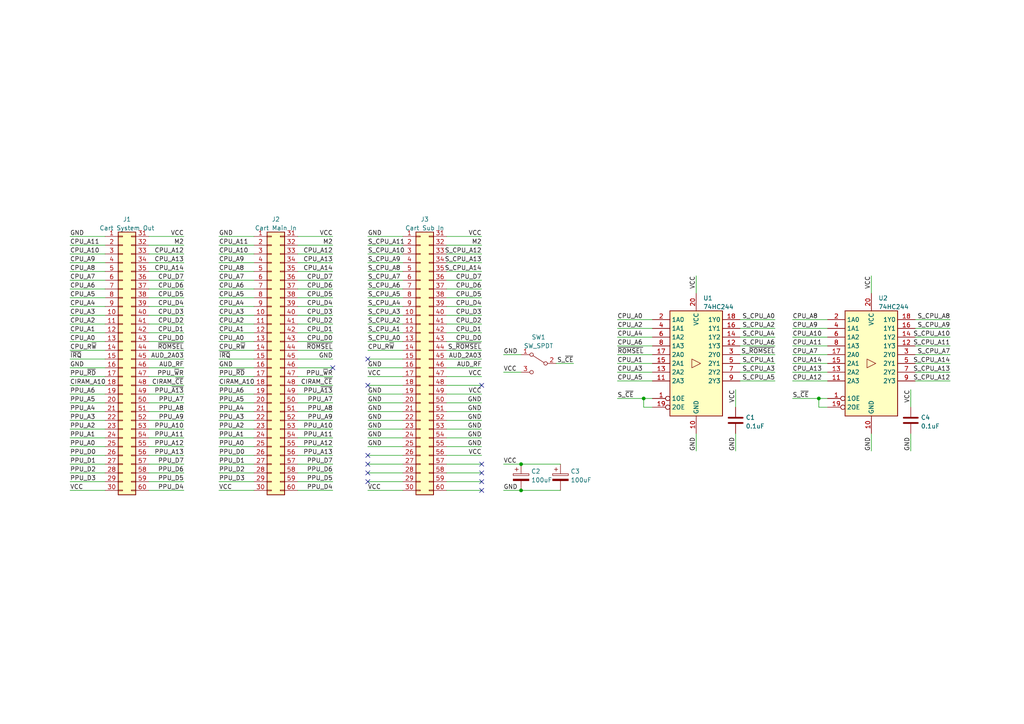
<source format=kicad_sch>
(kicad_sch (version 20211123) (generator eeschema)
  (paper "A4")
  (title_block (title "Y-Adaptive Receiving Nexus") (date "2023-01-09") (rev "0.1.0") (company "Persune") (comment 1 "Designed for FC"))
  (lib_symbols
    (symbol "74xx:74HC244"
      (property "Reference" "U" (at -7.62 16.51 0))
      (property "Value" "74HC244" (at -7.62 -16.51 0))
      (symbol "74HC244_1_0"
        (polyline (pts (xy 1.27 0) (xy -1.27 1.27) (xy -1.27 -1.27) (xy 1.27 0)) (stroke (width 0.1524)))
        (pin input inverted (at -12.7 -10.16 0) (length 5.08) (name "1OE") (number "1"))
        (pin power_in line (at 0 -20.32 90) (length 5.08) (name "GND") (number "10"))
        (pin input line (at -12.7 -5.08 0) (length 5.08) (name "2A3") (number "11"))
        (pin tri_state line (at 12.7 5.08 180) (length 5.08) (name "1Y3") (number "12"))
        (pin input line (at -12.7 -2.54 0) (length 5.08) (name "2A2") (number "13"))
        (pin tri_state line (at 12.7 7.62 180) (length 5.08) (name "1Y2") (number "14"))
        (pin input line (at -12.7 0 0) (length 5.08) (name "2A1") (number "15"))
        (pin tri_state line (at 12.7 10.16 180) (length 5.08) (name "1Y1") (number "16"))
        (pin input line (at -12.7 2.54 0) (length 5.08) (name "2A0") (number "17"))
        (pin tri_state line (at 12.7 12.7 180) (length 5.08) (name "1Y0") (number "18"))
        (pin input inverted (at -12.7 -12.7 0) (length 5.08) (name "2OE") (number "19"))
        (pin input line (at -12.7 12.7 0) (length 5.08) (name "1A0") (number "2"))
        (pin power_in line (at 0 20.32 270) (length 5.08) (name "VCC") (number "20"))
        (pin tri_state line (at 12.7 2.54 180) (length 5.08) (name "2Y0") (number "3"))
        (pin input line (at -12.7 10.16 0) (length 5.08) (name "1A1") (number "4"))
        (pin tri_state line (at 12.7 0 180) (length 5.08) (name "2Y1") (number "5"))
        (pin input line (at -12.7 7.62 0) (length 5.08) (name "1A2") (number "6"))
        (pin tri_state line (at 12.7 -2.54 180) (length 5.08) (name "2Y2") (number "7"))
        (pin input line (at -12.7 5.08 0) (length 5.08) (name "1A3") (number "8"))
        (pin tri_state line (at 12.7 -5.08 180) (length 5.08) (name "2Y3") (number "9"))
      )
      (symbol "74HC244_1_1"
        (rectangle (start -7.62 15.24) (end 7.62 -15.24) (stroke (width 0.254)) (fill (type background)))
      )
    )
    (symbol "Connector_Generic:Conn_02x30_Top_Bottom" (pin_names (offset 1.016) hide)
      (property "Reference" "J" (at 1.27 38.1 0))
      (property "Value" "Conn_02x30_Top_Bottom" (at 1.27 -40.64 0))
      (symbol "Conn_02x30_Top_Bottom_1_1"
        (rectangle (start -1.27 -37.973) (end 0 -38.227) (stroke (width 0.1524)))
        (rectangle (start -1.27 -35.433) (end 0 -35.687) (stroke (width 0.1524)))
        (rectangle (start -1.27 -32.893) (end 0 -33.147) (stroke (width 0.1524)))
        (rectangle (start -1.27 -30.353) (end 0 -30.607) (stroke (width 0.1524)))
        (rectangle (start -1.27 -27.813) (end 0 -28.067) (stroke (width 0.1524)))
        (rectangle (start -1.27 -25.273) (end 0 -25.527) (stroke (width 0.1524)))
        (rectangle (start -1.27 -22.733) (end 0 -22.987) (stroke (width 0.1524)))
        (rectangle (start -1.27 -20.193) (end 0 -20.447) (stroke (width 0.1524)))
        (rectangle (start -1.27 -17.653) (end 0 -17.907) (stroke (width 0.1524)))
        (rectangle (start -1.27 -15.113) (end 0 -15.367) (stroke (width 0.1524)))
        (rectangle (start -1.27 -12.573) (end 0 -12.827) (stroke (width 0.1524)))
        (rectangle (start -1.27 -10.033) (end 0 -10.287) (stroke (width 0.1524)))
        (rectangle (start -1.27 -7.493) (end 0 -7.747) (stroke (width 0.1524)))
        (rectangle (start -1.27 -4.953) (end 0 -5.207) (stroke (width 0.1524)))
        (rectangle (start -1.27 -2.413) (end 0 -2.667) (stroke (width 0.1524)))
        (rectangle (start -1.27 0.127) (end 0 -0.127) (stroke (width 0.1524)))
        (rectangle (start -1.27 2.667) (end 0 2.413) (stroke (width 0.1524)))
        (rectangle (start -1.27 5.207) (end 0 4.953) (stroke (width 0.1524)))
        (rectangle (start -1.27 7.747) (end 0 7.493) (stroke (width 0.1524)))
        (rectangle (start -1.27 10.287) (end 0 10.033) (stroke (width 0.1524)))
        (rectangle (start -1.27 12.827) (end 0 12.573) (stroke (width 0.1524)))
        (rectangle (start -1.27 15.367) (end 0 15.113) (stroke (width 0.1524)))
        (rectangle (start -1.27 17.907) (end 0 17.653) (stroke (width 0.1524)))
        (rectangle (start -1.27 20.447) (end 0 20.193) (stroke (width 0.1524)))
        (rectangle (start -1.27 22.987) (end 0 22.733) (stroke (width 0.1524)))
        (rectangle (start -1.27 25.527) (end 0 25.273) (stroke (width 0.1524)))
        (rectangle (start -1.27 28.067) (end 0 27.813) (stroke (width 0.1524)))
        (rectangle (start -1.27 30.607) (end 0 30.353) (stroke (width 0.1524)))
        (rectangle (start -1.27 33.147) (end 0 32.893) (stroke (width 0.1524)))
        (rectangle (start -1.27 35.687) (end 0 35.433) (stroke (width 0.1524)))
        (rectangle (start -1.27 36.83) (end 3.81 -39.37) (stroke (width 0.254)) (fill (type background)))
        (rectangle (start 3.81 -37.973) (end 2.54 -38.227) (stroke (width 0.1524)))
        (rectangle (start 3.81 -35.433) (end 2.54 -35.687) (stroke (width 0.1524)))
        (rectangle (start 3.81 -32.893) (end 2.54 -33.147) (stroke (width 0.1524)))
        (rectangle (start 3.81 -30.353) (end 2.54 -30.607) (stroke (width 0.1524)))
        (rectangle (start 3.81 -27.813) (end 2.54 -28.067) (stroke (width 0.1524)))
        (rectangle (start 3.81 -25.273) (end 2.54 -25.527) (stroke (width 0.1524)))
        (rectangle (start 3.81 -22.733) (end 2.54 -22.987) (stroke (width 0.1524)))
        (rectangle (start 3.81 -20.193) (end 2.54 -20.447) (stroke (width 0.1524)))
        (rectangle (start 3.81 -17.653) (end 2.54 -17.907) (stroke (width 0.1524)))
        (rectangle (start 3.81 -15.113) (end 2.54 -15.367) (stroke (width 0.1524)))
        (rectangle (start 3.81 -12.573) (end 2.54 -12.827) (stroke (width 0.1524)))
        (rectangle (start 3.81 -10.033) (end 2.54 -10.287) (stroke (width 0.1524)))
        (rectangle (start 3.81 -7.493) (end 2.54 -7.747) (stroke (width 0.1524)))
        (rectangle (start 3.81 -4.953) (end 2.54 -5.207) (stroke (width 0.1524)))
        (rectangle (start 3.81 -2.413) (end 2.54 -2.667) (stroke (width 0.1524)))
        (rectangle (start 3.81 0.127) (end 2.54 -0.127) (stroke (width 0.1524)))
        (rectangle (start 3.81 2.667) (end 2.54 2.413) (stroke (width 0.1524)))
        (rectangle (start 3.81 5.207) (end 2.54 4.953) (stroke (width 0.1524)))
        (rectangle (start 3.81 7.747) (end 2.54 7.493) (stroke (width 0.1524)))
        (rectangle (start 3.81 10.287) (end 2.54 10.033) (stroke (width 0.1524)))
        (rectangle (start 3.81 12.827) (end 2.54 12.573) (stroke (width 0.1524)))
        (rectangle (start 3.81 15.367) (end 2.54 15.113) (stroke (width 0.1524)))
        (rectangle (start 3.81 17.907) (end 2.54 17.653) (stroke (width 0.1524)))
        (rectangle (start 3.81 20.447) (end 2.54 20.193) (stroke (width 0.1524)))
        (rectangle (start 3.81 22.987) (end 2.54 22.733) (stroke (width 0.1524)))
        (rectangle (start 3.81 25.527) (end 2.54 25.273) (stroke (width 0.1524)))
        (rectangle (start 3.81 28.067) (end 2.54 27.813) (stroke (width 0.1524)))
        (rectangle (start 3.81 30.607) (end 2.54 30.353) (stroke (width 0.1524)))
        (rectangle (start 3.81 33.147) (end 2.54 32.893) (stroke (width 0.1524)))
        (rectangle (start 3.81 35.687) (end 2.54 35.433) (stroke (width 0.1524)))
        (pin passive line (at -5.08 35.56 0) (length 3.81) (name "Pin_1") (number "1"))
        (pin passive line (at -5.08 12.7 0) (length 3.81) (name "Pin_10") (number "10"))
        (pin passive line (at -5.08 10.16 0) (length 3.81) (name "Pin_11") (number "11"))
        (pin passive line (at -5.08 7.62 0) (length 3.81) (name "Pin_12") (number "12"))
        (pin passive line (at -5.08 5.08 0) (length 3.81) (name "Pin_13") (number "13"))
        (pin passive line (at -5.08 2.54 0) (length 3.81) (name "Pin_14") (number "14"))
        (pin passive line (at -5.08 0 0) (length 3.81) (name "Pin_15") (number "15"))
        (pin passive line (at -5.08 -2.54 0) (length 3.81) (name "Pin_16") (number "16"))
        (pin passive line (at -5.08 -5.08 0) (length 3.81) (name "Pin_17") (number "17"))
        (pin passive line (at -5.08 -7.62 0) (length 3.81) (name "Pin_18") (number "18"))
        (pin passive line (at -5.08 -10.16 0) (length 3.81) (name "Pin_19") (number "19"))
        (pin passive line (at -5.08 33.02 0) (length 3.81) (name "Pin_2") (number "2"))
        (pin passive line (at -5.08 -12.7 0) (length 3.81) (name "Pin_20") (number "20"))
        (pin passive line (at -5.08 -15.24 0) (length 3.81) (name "Pin_21") (number "21"))
        (pin passive line (at -5.08 -17.78 0) (length 3.81) (name "Pin_22") (number "22"))
        (pin passive line (at -5.08 -20.32 0) (length 3.81) (name "Pin_23") (number "23"))
        (pin passive line (at -5.08 -22.86 0) (length 3.81) (name "Pin_24") (number "24"))
        (pin passive line (at -5.08 -25.4 0) (length 3.81) (name "Pin_25") (number "25"))
        (pin passive line (at -5.08 -27.94 0) (length 3.81) (name "Pin_26") (number "26"))
        (pin passive line (at -5.08 -30.48 0) (length 3.81) (name "Pin_27") (number "27"))
        (pin passive line (at -5.08 -33.02 0) (length 3.81) (name "Pin_28") (number "28"))
        (pin passive line (at -5.08 -35.56 0) (length 3.81) (name "Pin_29") (number "29"))
        (pin passive line (at -5.08 30.48 0) (length 3.81) (name "Pin_3") (number "3"))
        (pin passive line (at -5.08 -38.1 0) (length 3.81) (name "Pin_30") (number "30"))
        (pin passive line (at 7.62 35.56 180) (length 3.81) (name "Pin_31") (number "31"))
        (pin passive line (at 7.62 33.02 180) (length 3.81) (name "Pin_32") (number "32"))
        (pin passive line (at 7.62 30.48 180) (length 3.81) (name "Pin_33") (number "33"))
        (pin passive line (at 7.62 27.94 180) (length 3.81) (name "Pin_34") (number "34"))
        (pin passive line (at 7.62 25.4 180) (length 3.81) (name "Pin_35") (number "35"))
        (pin passive line (at 7.62 22.86 180) (length 3.81) (name "Pin_36") (number "36"))
        (pin passive line (at 7.62 20.32 180) (length 3.81) (name "Pin_37") (number "37"))
        (pin passive line (at 7.62 17.78 180) (length 3.81) (name "Pin_38") (number "38"))
        (pin passive line (at 7.62 15.24 180) (length 3.81) (name "Pin_39") (number "39"))
        (pin passive line (at -5.08 27.94 0) (length 3.81) (name "Pin_4") (number "4"))
        (pin passive line (at 7.62 12.7 180) (length 3.81) (name "Pin_40") (number "40"))
        (pin passive line (at 7.62 10.16 180) (length 3.81) (name "Pin_41") (number "41"))
        (pin passive line (at 7.62 7.62 180) (length 3.81) (name "Pin_42") (number "42"))
        (pin passive line (at 7.62 5.08 180) (length 3.81) (name "Pin_43") (number "43"))
        (pin passive line (at 7.62 2.54 180) (length 3.81) (name "Pin_44") (number "44"))
        (pin passive line (at 7.62 0 180) (length 3.81) (name "Pin_45") (number "45"))
        (pin passive line (at 7.62 -2.54 180) (length 3.81) (name "Pin_46") (number "46"))
        (pin passive line (at 7.62 -5.08 180) (length 3.81) (name "Pin_47") (number "47"))
        (pin passive line (at 7.62 -7.62 180) (length 3.81) (name "Pin_48") (number "48"))
        (pin passive line (at 7.62 -10.16 180) (length 3.81) (name "Pin_49") (number "49"))
        (pin passive line (at -5.08 25.4 0) (length 3.81) (name "Pin_5") (number "5"))
        (pin passive line (at 7.62 -12.7 180) (length 3.81) (name "Pin_50") (number "50"))
        (pin passive line (at 7.62 -15.24 180) (length 3.81) (name "Pin_51") (number "51"))
        (pin passive line (at 7.62 -17.78 180) (length 3.81) (name "Pin_52") (number "52"))
        (pin passive line (at 7.62 -20.32 180) (length 3.81) (name "Pin_53") (number "53"))
        (pin passive line (at 7.62 -22.86 180) (length 3.81) (name "Pin_54") (number "54"))
        (pin passive line (at 7.62 -25.4 180) (length 3.81) (name "Pin_55") (number "55"))
        (pin passive line (at 7.62 -27.94 180) (length 3.81) (name "Pin_56") (number "56"))
        (pin passive line (at 7.62 -30.48 180) (length 3.81) (name "Pin_57") (number "57"))
        (pin passive line (at 7.62 -33.02 180) (length 3.81) (name "Pin_58") (number "58"))
        (pin passive line (at 7.62 -35.56 180) (length 3.81) (name "Pin_59") (number "59"))
        (pin passive line (at -5.08 22.86 0) (length 3.81) (name "Pin_6") (number "6"))
        (pin passive line (at 7.62 -38.1 180) (length 3.81) (name "Pin_60") (number "60"))
        (pin passive line (at -5.08 20.32 0) (length 3.81) (name "Pin_7") (number "7"))
        (pin passive line (at -5.08 17.78 0) (length 3.81) (name "Pin_8") (number "8"))
        (pin passive line (at -5.08 15.24 0) (length 3.81) (name "Pin_9") (number "9"))
      )
    )
    (symbol "Device:C" (pin_numbers hide) (pin_names (offset 0.254))
      (property "Reference" "C" (at 0.635 2.54 0))
      (property "Value" "C" (at 0.635 -2.54 0))
      (symbol "C_0_1"
        (polyline (pts (xy -2.032 -0.762) (xy 2.032 -0.762)) (stroke (width 0.508)))
        (polyline (pts (xy -2.032 0.762) (xy 2.032 0.762)) (stroke (width 0.508)))
      )
      (symbol "C_1_1"
        (pin passive line (at 0 3.81 270) (length 2.794) (name "~") (number "1"))
        (pin passive line (at 0 -3.81 90) (length 2.794) (name "~") (number "2"))
      )
    )
    (symbol "Device:C_Polarized" (pin_numbers hide) (pin_names (offset 0.254))
      (property "Reference" "C" (at 0.635 2.54 0))
      (property "Value" "C_Polarized" (at 0.635 -2.54 0))
      (symbol "C_Polarized_0_1"
        (rectangle (start -2.286 0.508) (end 2.286 1.016))
        (polyline (pts (xy -1.778 2.286) (xy -0.762 2.286)))
        (polyline (pts (xy -1.27 2.794) (xy -1.27 1.778)))
        (rectangle (start 2.286 -0.508) (end -2.286 -1.016) (fill (type outline)))
      )
      (symbol "C_Polarized_1_1"
        (pin passive line (at 0 3.81 270) (length 2.794) (name "~") (number "1"))
        (pin passive line (at 0 -3.81 90) (length 2.794) (name "~") (number "2"))
      )
    )
    (symbol "Switch:SW_SPDT" (pin_names (offset 0) hide)
      (property "Reference" "SW" (at 0 4.318 0))
      (property "Value" "SW_SPDT" (at 0 -5.08 0))
      (symbol "SW_SPDT_0_0"
        (circle (center -2.032 0) (radius 0.508))
        (circle (center 2.032 -2.54) (radius 0.508))
      )
      (symbol "SW_SPDT_0_1"
        (polyline (pts (xy -1.524 0.254) (xy 1.651 2.286)))
        (circle (center 2.032 2.54) (radius 0.508))
      )
      (symbol "SW_SPDT_1_1"
        (pin passive line (at 5.08 2.54 180) (length 2.54) (name "A") (number "1"))
        (pin passive line (at -5.08 0 0) (length 2.54) (name "B") (number "2"))
        (pin passive line (at 5.08 -2.54 180) (length 2.54) (name "C") (number "3"))
      )
    )
    (symbol "power:GND" (power) (pin_names (offset 0))
      (property "Value" "GND" (at 0 -3.81 0))
      (symbol "GND_0_1"
        (polyline (pts (xy 0 0) (xy 0 -1.27) (xy 1.27 -1.27) (xy 0 -2.54) (xy -1.27 -1.27) (xy 0 -1.27)))
      )
      (symbol "GND_1_1"
        (pin power_in line (at 0 0 270) (length 0) hide (name "GND") (number "1"))
      )
    )
    (symbol "power:PWR_FLAG" (power) (pin_numbers hide) (pin_names (offset 0) hide)
      (property "Value" "PWR_FLAG" (at 0 3.81 0))
      (symbol "PWR_FLAG_0_0"
        (pin power_out line (at 0 0 90) (length 0) (name "pwr") (number "1"))
      )
      (symbol "PWR_FLAG_0_1"
        (polyline (pts (xy 0 0) (xy 0 1.27) (xy -1.016 1.905) (xy 0 2.54) (xy 1.016 1.905) (xy 0 1.27)))
      )
    )
    (symbol "power:VCC" (power) (pin_names (offset 0))
      (property "Value" "VCC" (at 0 3.81 0))
      (symbol "VCC_0_1"
        (polyline (pts (xy -0.762 1.27) (xy 0 2.54)))
        (polyline (pts (xy 0 0) (xy 0 2.54)))
        (polyline (pts (xy 0 2.54) (xy 0.762 1.27)))
      )
      (symbol "VCC_1_1"
        (pin power_in line (at 0 0 90) (length 0) hide (name "VCC") (number "1"))
      )
    )
  )
  (junction (at 151.13 142.24))
  (junction (at 237.49 115.57))
  (junction (at 151.13 134.62))
  (junction (at 186.69 115.57))
  (no_connect (at 106.68 111.76))
  (no_connect (at 106.68 104.14))
  (no_connect (at 139.7 142.24))
  (no_connect (at 139.7 139.7))
  (no_connect (at 139.7 137.16))
  (no_connect (at 139.7 134.62))
  (no_connect (at 106.68 139.7))
  (no_connect (at 106.68 132.08))
  (no_connect (at 106.68 134.62))
  (no_connect (at 106.68 137.16))
  (no_connect (at 139.7 111.76))
  (no_connect (at 96.52 106.68))
  (wire (pts (xy 20.32 91.44) (xy 30.48 91.44)))
  (wire (pts (xy 129.54 111.76) (xy 139.7 111.76)))
  (wire (pts (xy 106.68 109.22) (xy 116.84 109.22)))
  (wire (pts (xy 179.07 107.95) (xy 189.23 107.95)))
  (wire (pts (xy 179.07 97.79) (xy 189.23 97.79)))
  (wire (pts (xy 224.79 110.49) (xy 214.63 110.49)))
  (wire (pts (xy 43.18 83.82) (xy 53.34 83.82)))
  (wire (pts (xy 129.54 99.06) (xy 139.7 99.06)))
  (wire (pts (xy 106.68 124.46) (xy 116.84 124.46)))
  (wire (pts (xy 20.32 121.92) (xy 30.48 121.92)))
  (wire (pts (xy 129.54 101.6) (xy 139.7 101.6)))
  (wire (pts (xy 129.54 73.66) (xy 139.7 73.66)))
  (wire (pts (xy 106.68 137.16) (xy 116.84 137.16)))
  (wire (pts (xy 63.5 116.84) (xy 73.66 116.84)))
  (wire (pts (xy 86.36 129.54) (xy 96.52 129.54)))
  (wire (pts (xy 20.32 129.54) (xy 30.48 129.54)))
  (wire (pts (xy 129.54 124.46) (xy 139.7 124.46)))
  (wire (pts (xy 186.69 115.57) (xy 189.23 115.57)))
  (wire (pts (xy 106.68 119.38) (xy 116.84 119.38)))
  (wire (pts (xy 43.18 132.08) (xy 53.34 132.08)))
  (wire (pts (xy 43.18 68.58) (xy 53.34 68.58)))
  (wire (pts (xy 86.36 76.2) (xy 96.52 76.2)))
  (wire (pts (xy 86.36 139.7) (xy 96.52 139.7)))
  (wire (pts (xy 189.23 118.11) (xy 186.69 118.11)))
  (wire (pts (xy 43.18 129.54) (xy 53.34 129.54)))
  (wire (pts (xy 129.54 68.58) (xy 139.7 68.58)))
  (wire (pts (xy 229.87 97.79) (xy 240.03 97.79)))
  (wire (pts (xy 63.5 121.92) (xy 73.66 121.92)))
  (wire (pts (xy 86.36 83.82) (xy 96.52 83.82)))
  (wire (pts (xy 86.36 99.06) (xy 96.52 99.06)))
  (wire (pts (xy 20.32 71.12) (xy 30.48 71.12)))
  (wire (pts (xy 252.73 130.81) (xy 252.73 125.73)))
  (wire (pts (xy 237.49 118.11) (xy 237.49 115.57)))
  (wire (pts (xy 213.36 130.81) (xy 213.36 125.73)))
  (wire (pts (xy 106.68 96.52) (xy 116.84 96.52)))
  (wire (pts (xy 20.32 111.76) (xy 30.48 111.76)))
  (wire (pts (xy 20.32 134.62) (xy 30.48 134.62)))
  (wire (pts (xy 20.32 119.38) (xy 30.48 119.38)))
  (wire (pts (xy 43.18 101.6) (xy 53.34 101.6)))
  (wire (pts (xy 86.36 78.74) (xy 96.52 78.74)))
  (wire (pts (xy 20.32 93.98) (xy 30.48 93.98)))
  (wire (pts (xy 106.68 104.14) (xy 116.84 104.14)))
  (wire (pts (xy 43.18 134.62) (xy 53.34 134.62)))
  (wire (pts (xy 20.32 99.06) (xy 30.48 99.06)))
  (wire (pts (xy 106.68 101.6) (xy 116.84 101.6)))
  (wire (pts (xy 20.32 101.6) (xy 30.48 101.6)))
  (wire (pts (xy 106.68 114.3) (xy 116.84 114.3)))
  (wire (pts (xy 63.5 68.58) (xy 73.66 68.58)))
  (wire (pts (xy 96.52 142.24) (xy 86.36 142.24)))
  (wire (pts (xy 106.68 134.62) (xy 116.84 134.62)))
  (wire (pts (xy 86.36 104.14) (xy 96.52 104.14)))
  (wire (pts (xy 63.5 76.2) (xy 73.66 76.2)))
  (wire (pts (xy 86.36 137.16) (xy 96.52 137.16)))
  (wire (pts (xy 20.32 127) (xy 30.48 127)))
  (wire (pts (xy 106.68 86.36) (xy 116.84 86.36)))
  (wire (pts (xy 224.79 105.41) (xy 214.63 105.41)))
  (wire (pts (xy 129.54 132.08) (xy 139.7 132.08)))
  (wire (pts (xy 20.32 78.74) (xy 30.48 78.74)))
  (wire (pts (xy 179.07 102.87) (xy 189.23 102.87)))
  (wire (pts (xy 106.68 121.92) (xy 116.84 121.92)))
  (wire (pts (xy 86.36 114.3) (xy 96.52 114.3)))
  (wire (pts (xy 129.54 78.74) (xy 139.7 78.74)))
  (wire (pts (xy 43.18 119.38) (xy 53.34 119.38)))
  (wire (pts (xy 63.5 73.66) (xy 73.66 73.66)))
  (wire (pts (xy 86.36 81.28) (xy 96.52 81.28)))
  (wire (pts (xy 43.18 91.44) (xy 53.34 91.44)))
  (wire (pts (xy 86.36 111.76) (xy 96.52 111.76)))
  (wire (pts (xy 86.36 93.98) (xy 96.52 93.98)))
  (wire (pts (xy 86.36 71.12) (xy 96.52 71.12)))
  (wire (pts (xy 63.5 86.36) (xy 73.66 86.36)))
  (wire (pts (xy 106.68 81.28) (xy 116.84 81.28)))
  (wire (pts (xy 86.36 132.08) (xy 96.52 132.08)))
  (wire (pts (xy 43.18 88.9) (xy 53.34 88.9)))
  (wire (pts (xy 264.16 130.81) (xy 264.16 125.73)))
  (wire (pts (xy 252.73 80.01) (xy 252.73 85.09)))
  (wire (pts (xy 229.87 102.87) (xy 240.03 102.87)))
  (wire (pts (xy 63.5 142.24) (xy 73.66 142.24)))
  (wire (pts (xy 43.18 137.16) (xy 53.34 137.16)))
  (wire (pts (xy 43.18 127) (xy 53.34 127)))
  (wire (pts (xy 20.32 137.16) (xy 30.48 137.16)))
  (wire (pts (xy 240.03 118.11) (xy 237.49 118.11)))
  (wire (pts (xy 20.32 106.68) (xy 30.48 106.68)))
  (wire (pts (xy 224.79 97.79) (xy 214.63 97.79)))
  (wire (pts (xy 63.5 139.7) (xy 73.66 139.7)))
  (wire (pts (xy 106.68 91.44) (xy 116.84 91.44)))
  (wire (pts (xy 201.93 80.01) (xy 201.93 85.09)))
  (wire (pts (xy 63.5 114.3) (xy 73.66 114.3)))
  (wire (pts (xy 106.68 129.54) (xy 116.84 129.54)))
  (wire (pts (xy 106.68 106.68) (xy 116.84 106.68)))
  (wire (pts (xy 275.59 97.79) (xy 265.43 97.79)))
  (wire (pts (xy 229.87 95.25) (xy 240.03 95.25)))
  (wire (pts (xy 106.68 71.12) (xy 116.84 71.12)))
  (wire (pts (xy 213.36 113.03) (xy 213.36 118.11)))
  (wire (pts (xy 43.18 111.76) (xy 53.34 111.76)))
  (wire (pts (xy 179.07 110.49) (xy 189.23 110.49)))
  (wire (pts (xy 229.87 110.49) (xy 240.03 110.49)))
  (wire (pts (xy 43.18 76.2) (xy 53.34 76.2)))
  (wire (pts (xy 63.5 106.68) (xy 73.66 106.68)))
  (wire (pts (xy 116.84 139.7) (xy 106.68 139.7)))
  (wire (pts (xy 275.59 95.25) (xy 265.43 95.25)))
  (wire (pts (xy 129.54 142.24) (xy 139.7 142.24)))
  (wire (pts (xy 86.36 121.92) (xy 96.52 121.92)))
  (wire (pts (xy 129.54 116.84) (xy 139.7 116.84)))
  (wire (pts (xy 86.36 88.9) (xy 96.52 88.9)))
  (wire (pts (xy 129.54 134.62) (xy 139.7 134.62)))
  (wire (pts (xy 20.32 116.84) (xy 30.48 116.84)))
  (wire (pts (xy 63.5 78.74) (xy 73.66 78.74)))
  (wire (pts (xy 20.32 139.7) (xy 30.48 139.7)))
  (wire (pts (xy 86.36 119.38) (xy 96.52 119.38)))
  (wire (pts (xy 43.18 116.84) (xy 53.34 116.84)))
  (wire (pts (xy 129.54 71.12) (xy 139.7 71.12)))
  (wire (pts (xy 43.18 81.28) (xy 53.34 81.28)))
  (wire (pts (xy 146.05 142.24) (xy 151.13 142.24)))
  (wire (pts (xy 63.5 96.52) (xy 73.66 96.52)))
  (wire (pts (xy 229.87 100.33) (xy 240.03 100.33)))
  (wire (pts (xy 237.49 115.57) (xy 240.03 115.57)))
  (wire (pts (xy 53.34 142.24) (xy 43.18 142.24)))
  (wire (pts (xy 275.59 92.71) (xy 265.43 92.71)))
  (wire (pts (xy 224.79 100.33) (xy 214.63 100.33)))
  (wire (pts (xy 63.5 109.22) (xy 73.66 109.22)))
  (wire (pts (xy 224.79 107.95) (xy 214.63 107.95)))
  (wire (pts (xy 275.59 107.95) (xy 265.43 107.95)))
  (wire (pts (xy 129.54 119.38) (xy 139.7 119.38)))
  (wire (pts (xy 275.59 102.87) (xy 265.43 102.87)))
  (wire (pts (xy 129.54 86.36) (xy 139.7 86.36)))
  (wire (pts (xy 166.37 105.41) (xy 161.29 105.41)))
  (wire (pts (xy 20.32 132.08) (xy 30.48 132.08)))
  (wire (pts (xy 20.32 81.28) (xy 30.48 81.28)))
  (wire (pts (xy 129.54 104.14) (xy 139.7 104.14)))
  (wire (pts (xy 129.54 93.98) (xy 139.7 93.98)))
  (wire (pts (xy 43.18 109.22) (xy 53.34 109.22)))
  (wire (pts (xy 229.87 107.95) (xy 240.03 107.95)))
  (wire (pts (xy 86.36 96.52) (xy 96.52 96.52)))
  (wire (pts (xy 86.36 134.62) (xy 96.52 134.62)))
  (wire (pts (xy 129.54 76.2) (xy 139.7 76.2)))
  (wire (pts (xy 86.36 101.6) (xy 96.52 101.6)))
  (wire (pts (xy 229.87 115.57) (xy 237.49 115.57)))
  (wire (pts (xy 129.54 109.22) (xy 139.7 109.22)))
  (wire (pts (xy 106.68 111.76) (xy 116.84 111.76)))
  (wire (pts (xy 106.68 68.58) (xy 116.84 68.58)))
  (wire (pts (xy 106.68 88.9) (xy 116.84 88.9)))
  (wire (pts (xy 43.18 99.06) (xy 53.34 99.06)))
  (wire (pts (xy 43.18 93.98) (xy 53.34 93.98)))
  (wire (pts (xy 129.54 91.44) (xy 139.7 91.44)))
  (wire (pts (xy 224.79 95.25) (xy 214.63 95.25)))
  (wire (pts (xy 20.32 104.14) (xy 30.48 104.14)))
  (wire (pts (xy 179.07 95.25) (xy 189.23 95.25)))
  (wire (pts (xy 106.68 127) (xy 116.84 127)))
  (wire (pts (xy 106.68 93.98) (xy 116.84 93.98)))
  (wire (pts (xy 106.68 99.06) (xy 116.84 99.06)))
  (wire (pts (xy 106.68 83.82) (xy 116.84 83.82)))
  (wire (pts (xy 86.36 109.22) (xy 96.52 109.22)))
  (wire (pts (xy 43.18 114.3) (xy 53.34 114.3)))
  (wire (pts (xy 106.68 116.84) (xy 116.84 116.84)))
  (wire (pts (xy 179.07 105.41) (xy 189.23 105.41)))
  (wire (pts (xy 20.32 76.2) (xy 30.48 76.2)))
  (wire (pts (xy 224.79 102.87) (xy 214.63 102.87)))
  (wire (pts (xy 63.5 124.46) (xy 73.66 124.46)))
  (wire (pts (xy 30.48 142.24) (xy 20.32 142.24)))
  (wire (pts (xy 43.18 124.46) (xy 53.34 124.46)))
  (wire (pts (xy 63.5 99.06) (xy 73.66 99.06)))
  (wire (pts (xy 63.5 81.28) (xy 73.66 81.28)))
  (wire (pts (xy 179.07 100.33) (xy 189.23 100.33)))
  (wire (pts (xy 179.07 115.57) (xy 186.69 115.57)))
  (wire (pts (xy 86.36 91.44) (xy 96.52 91.44)))
  (wire (pts (xy 63.5 83.82) (xy 73.66 83.82)))
  (wire (pts (xy 63.5 71.12) (xy 73.66 71.12)))
  (wire (pts (xy 20.32 86.36) (xy 30.48 86.36)))
  (wire (pts (xy 129.54 106.68) (xy 139.7 106.68)))
  (wire (pts (xy 264.16 113.03) (xy 264.16 118.11)))
  (wire (pts (xy 275.59 105.41) (xy 265.43 105.41)))
  (wire (pts (xy 63.5 101.6) (xy 73.66 101.6)))
  (wire (pts (xy 86.36 73.66) (xy 96.52 73.66)))
  (wire (pts (xy 275.59 100.33) (xy 265.43 100.33)))
  (wire (pts (xy 129.54 129.54) (xy 139.7 129.54)))
  (wire (pts (xy 129.54 81.28) (xy 139.7 81.28)))
  (wire (pts (xy 63.5 93.98) (xy 73.66 93.98)))
  (wire (pts (xy 63.5 119.38) (xy 73.66 119.38)))
  (wire (pts (xy 129.54 127) (xy 139.7 127)))
  (wire (pts (xy 179.07 92.71) (xy 189.23 92.71)))
  (wire (pts (xy 106.68 76.2) (xy 116.84 76.2)))
  (wire (pts (xy 224.79 92.71) (xy 214.63 92.71)))
  (wire (pts (xy 275.59 110.49) (xy 265.43 110.49)))
  (wire (pts (xy 146.05 107.95) (xy 151.13 107.95)))
  (wire (pts (xy 43.18 78.74) (xy 53.34 78.74)))
  (wire (pts (xy 63.5 132.08) (xy 73.66 132.08)))
  (wire (pts (xy 106.68 73.66) (xy 116.84 73.66)))
  (wire (pts (xy 20.32 96.52) (xy 30.48 96.52)))
  (wire (pts (xy 86.36 116.84) (xy 96.52 116.84)))
  (wire (pts (xy 86.36 124.46) (xy 96.52 124.46)))
  (wire (pts (xy 63.5 137.16) (xy 73.66 137.16)))
  (wire (pts (xy 63.5 111.76) (xy 73.66 111.76)))
  (wire (pts (xy 106.68 78.74) (xy 116.84 78.74)))
  (wire (pts (xy 43.18 96.52) (xy 53.34 96.52)))
  (wire (pts (xy 106.68 132.08) (xy 116.84 132.08)))
  (wire (pts (xy 186.69 118.11) (xy 186.69 115.57)))
  (wire (pts (xy 129.54 83.82) (xy 139.7 83.82)))
  (wire (pts (xy 151.13 142.24) (xy 162.56 142.24)))
  (wire (pts (xy 229.87 92.71) (xy 240.03 92.71)))
  (wire (pts (xy 129.54 121.92) (xy 139.7 121.92)))
  (wire (pts (xy 129.54 114.3) (xy 139.7 114.3)))
  (wire (pts (xy 43.18 121.92) (xy 53.34 121.92)))
  (wire (pts (xy 43.18 73.66) (xy 53.34 73.66)))
  (wire (pts (xy 151.13 134.62) (xy 162.56 134.62)))
  (wire (pts (xy 43.18 86.36) (xy 53.34 86.36)))
  (wire (pts (xy 63.5 91.44) (xy 73.66 91.44)))
  (wire (pts (xy 63.5 127) (xy 73.66 127)))
  (wire (pts (xy 86.36 127) (xy 96.52 127)))
  (wire (pts (xy 20.32 68.58) (xy 30.48 68.58)))
  (wire (pts (xy 43.18 106.68) (xy 53.34 106.68)))
  (wire (pts (xy 63.5 104.14) (xy 73.66 104.14)))
  (wire (pts (xy 201.93 130.81) (xy 201.93 125.73)))
  (wire (pts (xy 86.36 68.58) (xy 96.52 68.58)))
  (wire (pts (xy 129.54 88.9) (xy 139.7 88.9)))
  (wire (pts (xy 146.05 102.87) (xy 151.13 102.87)))
  (wire (pts (xy 20.32 114.3) (xy 30.48 114.3)))
  (wire (pts (xy 43.18 71.12) (xy 53.34 71.12)))
  (wire (pts (xy 63.5 88.9) (xy 73.66 88.9)))
  (wire (pts (xy 20.32 88.9) (xy 30.48 88.9)))
  (wire (pts (xy 20.32 83.82) (xy 30.48 83.82)))
  (wire (pts (xy 146.05 134.62) (xy 151.13 134.62)))
  (wire (pts (xy 20.32 109.22) (xy 30.48 109.22)))
  (wire (pts (xy 43.18 139.7) (xy 53.34 139.7)))
  (wire (pts (xy 129.54 137.16) (xy 139.7 137.16)))
  (wire (pts (xy 20.32 124.46) (xy 30.48 124.46)))
  (wire (pts (xy 129.54 96.52) (xy 139.7 96.52)))
  (wire (pts (xy 129.54 139.7) (xy 139.7 139.7)))
  (wire (pts (xy 86.36 106.68) (xy 96.52 106.68)))
  (wire (pts (xy 20.32 73.66) (xy 30.48 73.66)))
  (wire (pts (xy 43.18 104.14) (xy 53.34 104.14)))
  (wire (pts (xy 116.84 142.24) (xy 106.68 142.24)))
  (wire (pts (xy 63.5 129.54) (xy 73.66 129.54)))
  (wire (pts (xy 229.87 105.41) (xy 240.03 105.41)))
  (wire (pts (xy 86.36 86.36) (xy 96.52 86.36)))
  (wire (pts (xy 63.5 134.62) (xy 73.66 134.62)))
  (label "PPU_D3" (at 63.5 139.7 0))
  (label "PPU_A1" (at 20.32 127 0))
  (label "S_CPU_A0" (at 224.79 92.71 180))
  (label "S_CPU_A5" (at 224.79 110.49 180))
  (label "S_CPU_A13" (at 139.7 76.2 180))
  (label "CPU_A11" (at 229.87 100.33 0))
  (label "S_CPU_A9" (at 275.59 95.25 180))
  (label "S_CPU_A11" (at 106.68 71.12 0))
  (label "GND" (at 106.68 68.58 0))
  (label "CPU_A11" (at 63.5 71.12 0))
  (label "S_CPU_A8" (at 275.59 92.71 180))
  (label "S_CPU_A12" (at 275.59 110.49 180))
  (label "CPU_A14" (at 96.52 78.74 180))
  (label "CPU_A9" (at 63.5 76.2 0))
  (label "GND" (at 139.7 119.38 180))
  (label "PPU_A10" (at 53.34 124.46 180))
  (label "PPU_D4" (at 96.52 142.24 180))
  (label "GND" (at 146.05 102.87 0))
  (label "PPU_D2" (at 20.32 137.16 0))
  (label "CPU_A7" (at 20.32 81.28 0))
  (label "VCC" (at 139.7 114.3 180))
  (label "CPU_D2" (at 96.52 93.98 180))
  (label "S_CPU_A2" (at 106.68 93.98 0))
  (label "CPU_A8" (at 229.87 92.71 0))
  (label "S_CPU_A0" (at 106.68 99.06 0))
  (label "S_CPU_A12" (at 139.7 73.66 180))
  (label "CPU_A0" (at 20.32 99.06 0))
  (label "S_~{ROMSEL}" (at 139.7 101.6 180))
  (label "CPU_D5" (at 139.7 86.36 180))
  (label "GND" (at 20.32 106.68 0))
  (label "CPU_R~{W}" (at 20.32 101.6 0))
  (label "CPU_D0" (at 53.34 99.06 180))
  (label "CPU_D5" (at 96.52 86.36 180))
  (label "S_~{CE}" (at 179.07 115.57 0))
  (label "CPU_A1" (at 63.5 96.52 0))
  (label "PPU_A12" (at 53.34 129.54 180))
  (label "S_CPU_A10" (at 275.59 97.79 180))
  (label "CPU_D4" (at 139.7 88.9 180))
  (label "GND" (at 139.7 129.54 180))
  (label "M2" (at 139.7 71.12 180))
  (label "AUD_RF" (at 53.34 106.68 180))
  (label "CPU_A5" (at 20.32 86.36 0))
  (label "S_CPU_A6" (at 224.79 100.33 180))
  (label "PPU_A2" (at 63.5 124.46 0))
  (label "S_CPU_A1" (at 224.79 105.41 180))
  (label "PPU_D1" (at 20.32 134.62 0))
  (label "CPU_A3" (at 20.32 91.44 0))
  (label "GND" (at 63.5 106.68 0))
  (label "CPU_A10" (at 63.5 73.66 0))
  (label "VCC" (at 53.34 68.58 180))
  (label "S_CPU_A5" (at 106.68 86.36 0))
  (label "CPU_D6" (at 139.7 83.82 180))
  (label "M2" (at 96.52 71.12 180))
  (label "VCC" (at 213.36 113.03 270))
  (label "GND" (at 20.32 68.58 0))
  (label "S_CPU_A3" (at 106.68 91.44 0))
  (label "S_CPU_A13" (at 275.59 107.95 180))
  (label "S_CPU_A1" (at 106.68 96.52 0))
  (label "VCC" (at 139.7 68.58 180))
  (label "GND" (at 96.52 104.14 180))
  (label "CPU_A9" (at 229.87 95.25 0))
  (label "CPU_A10" (at 20.32 73.66 0))
  (label "S_CPU_A2" (at 224.79 95.25 180))
  (label "S_CPU_A7" (at 106.68 81.28 0))
  (label "CPU_A13" (at 96.52 76.2 180))
  (label "S_~{CE}" (at 166.37 105.41 180))
  (label "CPU_D3" (at 53.34 91.44 180))
  (label "S_CPU_A8" (at 106.68 78.74 0))
  (label "CPU_A13" (at 229.87 107.95 0))
  (label "PPU_A11" (at 53.34 127 180))
  (label "GND" (at 106.68 127 0))
  (label "CPU_A11" (at 20.32 71.12 0))
  (label "CPU_A0" (at 179.07 92.71 0))
  (label "PPU_~{W}R" (at 96.52 109.22 180))
  (label "CPU_A4" (at 179.07 97.79 0))
  (label "GND" (at 201.93 130.81 90))
  (label "CPU_A6" (at 63.5 83.82 0))
  (label "S_CPU_A4" (at 224.79 97.79 180))
  (label "S_CPU_A11" (at 275.59 100.33 180))
  (label "CPU_D0" (at 139.7 99.06 180))
  (label "CPU_D4" (at 53.34 88.9 180))
  (label "GND" (at 213.36 130.81 90))
  (label "PPU_A0" (at 20.32 129.54 0))
  (label "S_CPU_A14" (at 139.7 78.74 180))
  (label "S_~{CE}" (at 229.87 115.57 0))
  (label "S_CPU_A6" (at 106.68 83.82 0))
  (label "PPU_D7" (at 96.52 134.62 180))
  (label "S_CPU_A3" (at 224.79 107.95 180))
  (label "VCC" (at 106.68 142.24 0))
  (label "CPU_A1" (at 179.07 105.41 0))
  (label "GND" (at 106.68 124.46 0))
  (label "S_CPU_A9" (at 106.68 76.2 0))
  (label "VCC" (at 20.32 142.24 0))
  (label "CIRAM_A10" (at 63.5 111.76 0))
  (label "VCC" (at 96.52 68.58 180))
  (label "PPU_D6" (at 96.52 137.16 180))
  (label "M2" (at 53.34 71.12 180))
  (label "PPU_A6" (at 63.5 114.3 0))
  (label "PPU_~{A13}" (at 53.34 114.3 180))
  (label "PPU_~{W}R" (at 53.34 109.22 180))
  (label "PPU_A5" (at 20.32 116.84 0))
  (label "PPU_A3" (at 20.32 121.92 0))
  (label "CPU_D2" (at 53.34 93.98 180))
  (label "CPU_A6" (at 179.07 100.33 0))
  (label "PPU_A0" (at 63.5 129.54 0))
  (label "PPU_A7" (at 53.34 116.84 180))
  (label "GND" (at 252.73 130.81 90))
  (label "CPU_D1" (at 96.52 96.52 180))
  (label "PPU_~{A13}" (at 96.52 114.3 180))
  (label "CPU_A13" (at 53.34 76.2 180))
  (label "PPU_A8" (at 96.52 119.38 180))
  (label "GND" (at 106.68 119.38 0))
  (label "CPU_A4" (at 63.5 88.9 0))
  (label "PPU_A13" (at 96.52 132.08 180))
  (label "CIRAM_A10" (at 20.32 111.76 0))
  (label "GND" (at 139.7 121.92 180))
  (label "PPU_A8" (at 53.34 119.38 180))
  (label "~{ROMSEL}" (at 96.52 101.6 180))
  (label "VCC" (at 63.5 142.24 0))
  (label "CPU_A3" (at 63.5 91.44 0))
  (label "GND" (at 106.68 114.3 0))
  (label "PPU_D7" (at 53.34 134.62 180))
  (label "PPU_A11" (at 96.52 127 180))
  (label "PPU_D5" (at 96.52 139.7 180))
  (label "CPU_D4" (at 96.52 88.9 180))
  (label "CPU_A5" (at 63.5 86.36 0))
  (label "GND" (at 264.16 130.81 90))
  (label "~{ROMSEL}" (at 53.34 101.6 180))
  (label "CPU_D3" (at 96.52 91.44 180))
  (label "S_CPU_A7" (at 275.59 102.87 180))
  (label "CPU_A4" (at 20.32 88.9 0))
  (label "CPU_A9" (at 20.32 76.2 0))
  (label "~{ROMSEL}" (at 179.07 102.87 0))
  (label "PPU_A9" (at 53.34 121.92 180))
  (label "PPU_~{RD}" (at 63.5 109.22 0))
  (label "S_~{ROMSEL}" (at 224.79 102.87 180))
  (label "CIRAM_~{CE}" (at 96.52 111.76 180))
  (label "~{IRQ}" (at 63.5 104.14 0))
  (label "PPU_D3" (at 20.32 139.7 0))
  (label "CPU_A7" (at 63.5 81.28 0))
  (label "S_CPU_A14" (at 275.59 105.41 180))
  (label "S_CPU_A10" (at 106.68 73.66 0))
  (label "CPU_A8" (at 63.5 78.74 0))
  (label "CPU_D3" (at 139.7 91.44 180))
  (label "CIRAM_~{CE}" (at 53.34 111.76 180))
  (label "GND" (at 106.68 116.84 0))
  (label "GND" (at 139.7 124.46 180))
  (label "GND" (at -5.08 8.89 0))
  (label "VCC" (at 139.7 132.08 180))
  (label "AUD_2A03" (at 139.7 104.14 180))
  (label "PPU_A13" (at 53.34 132.08 180))
  (label "PPU_D0" (at 20.32 132.08 0))
  (label "VCC" (at 139.7 109.22 180))
  (label "CPU_D1" (at 53.34 96.52 180))
  (label "GND" (at 146.05 142.24 0))
  (label "AUD_2A03" (at 53.34 104.14 180))
  (label "CPU_D7" (at 96.52 81.28 180))
  (label "VCC" (at 146.05 107.95 0))
  (label "VCC" (at 264.16 113.03 270))
  (label "CPU_A12" (at 229.87 110.49 0))
  (label "CPU_A12" (at 96.52 73.66 180))
  (label "GND" (at 106.68 121.92 0))
  (label "PPU_A4" (at 20.32 119.38 0))
  (label "PPU_A2" (at 20.32 124.46 0))
  (label "CPU_D6" (at 53.34 83.82 180))
  (label "CPU_A0" (at 63.5 99.06 0))
  (label "CPU_D1" (at 139.7 96.52 180))
  (label "VCC" (at 201.93 80.01 270))
  (label "CPU_A14" (at 229.87 105.41 0))
  (label "PPU_A10" (at 96.52 124.46 180))
  (label "PPU_A1" (at 63.5 127 0))
  (label "CPU_D7" (at 139.7 81.28 180))
  (label "CPU_R~{W}" (at 106.68 101.6 0))
  (label "PPU_A7" (at 96.52 116.84 180))
  (label "PPU_A12" (at 96.52 129.54 180))
  (label "PPU_A4" (at 63.5 119.38 0))
  (label "PPU_~{RD}" (at 20.32 109.22 0))
  (label "AUD_RF" (at 139.7 106.68 180))
  (label "CPU_D0" (at 96.52 99.06 180))
  (label "PPU_D2" (at 63.5 137.16 0))
  (label "VCC" (at 252.73 80.01 270))
  (label "GND" (at 106.68 106.68 0))
  (label "CPU_A3" (at 179.07 107.95 0))
  (label "CPU_A14" (at 53.34 78.74 180))
  (label "CPU_A12" (at 53.34 73.66 180))
  (label "CPU_R~{W}" (at 63.5 101.6 0))
  (label "PPU_D4" (at 53.34 142.24 180))
  (label "CPU_A8" (at 20.32 78.74 0))
  (label "PPU_D0" (at 63.5 132.08 0))
  (label "GND" (at 139.7 116.84 180))
  (label "PPU_A3" (at 63.5 121.92 0))
  (label "CPU_A5" (at 179.07 110.49 0))
  (label "CPU_D6" (at 96.52 83.82 180))
  (label "CPU_D5" (at 53.34 86.36 180))
  (label "CPU_A2" (at 179.07 95.25 0))
  (label "PPU_D5" (at 53.34 139.7 180))
  (label "CPU_D7" (at 53.34 81.28 180))
  (label "PPU_D1" (at 63.5 134.62 0))
  (label "CPU_A2" (at 20.32 93.98 0))
  (label "CPU_D2" (at 139.7 93.98 180))
  (label "CPU_A1" (at 20.32 96.52 0))
  (label "VCC" (at -5.08 5.08 0))
  (label "VCC" (at 146.05 134.62 0))
  (label "PPU_A9" (at 96.52 121.92 180))
  (label "GND" (at 106.68 129.54 0))
  (label "~{IRQ}" (at 20.32 104.14 0))
  (label "VCC" (at 106.68 109.22 0))
  (label "PPU_D6" (at 53.34 137.16 180))
  (label "GND" (at 63.5 68.58 0))
  (label "CPU_A2" (at 63.5 93.98 0))
  (label "CPU_A7" (at 229.87 102.87 0))
  (label "S_CPU_A4" (at 106.68 88.9 0))
  (label "CPU_A10" (at 229.87 97.79 0))
  (label "CPU_A6" (at 20.32 83.82 0))
  (label "PPU_A5" (at 63.5 116.84 0))
  (label "GND" (at 139.7 127 180))
  (label "PPU_A6" (at 20.32 114.3 0))
  (symbol (lib_id "Connector_Generic:Conn_02x30_Top_Bottom") (at 121.92 104.14 0) (unit 1)
    (property "Reference" "J3" (at 123.19 63.6102 0))
    (property "Value" "Cart Sub In" (at 123.19 66.1471 0))
    (property "Footprint" "YARN:FC_CONN_F" (effects hide))
  )
  (symbol (lib_id "Device:C") (at 213.36 121.92 0) (unit 1)
    (property "Reference" "C1" (at 216.281 121.0853 0) (effects (justify left)))
    (property "Value" "0.1uF" (at 216.281 123.6222 0) (effects (justify left)))
    (property "Footprint" "YARN:C_Disc-0805_D3.0mm_W1.6mm_P2.50mm" (effects hide))
  )
  (symbol (lib_id "Connector_Generic:Conn_02x30_Top_Bottom") (at 35.56 104.14 0) (unit 1)
    (property "Reference" "J1" (at 36.83 63.6102 0))
    (property "Value" "Cart System Out" (at 36.83 66.1471 0))
    (property "Footprint" "YARN:HVC-ETROM-01" (effects hide))
  )
  (symbol (lib_id "power:VCC") (at -5.08 5.08 0) (unit 1)
    (property "Reference" "#PWR01" (effects hide))
    (property "Value" "VCC" (at -5.08 0.6366 0))
  )
  (symbol (lib_id "power:PWR_FLAG") (at -5.08 5.08 180) (unit 1)
    (property "Reference" "#FLG01" (effects hide))
    (property "Value" "PWR_FLAG" (effects hide))
  )
  (symbol (lib_id "power:GND") (at -5.08 8.89 0) (unit 1)
    (property "Reference" "#PWR02" (effects hide))
    (property "Value" "GND" (at -5.08 13.3334 0))
  )
  (symbol (lib_id "power:PWR_FLAG") (at -5.08 8.89 0) (unit 1)
    (property "Reference" "#FLG02" (effects hide))
    (property "Value" "PWR_FLAG" (effects hide))
  )
  (symbol (lib_id "Connector_Generic:Conn_02x30_Top_Bottom") (at 78.74 104.14 0) (unit 1)
    (property "Reference" "J2" (at 80.01 63.6102 0))
    (property "Value" "Cart Main In" (at 80.01 66.1471 0))
    (property "Footprint" "YARN:FC_CONN_F" (effects hide))
  )
  (symbol (lib_id "Device:C_Polarized") (at 162.56 138.43 0) (unit 1)
    (property "Reference" "C3" (at 165.481 136.7063 0) (effects (justify left)))
    (property "Value" "100uF" (at 165.481 139.2432 0) (effects (justify left)))
    (property "Footprint" "Capacitor_THT:CP_Radial_D5.0mm_P2.50mm" (effects hide))
  )
  (symbol (lib_id "Switch:SW_SPDT") (at 156.21 105.41 0) (mirror y) (unit 1)
    (property "Reference" "SW1" (at 156.21 97.79 0))
    (property "Value" "SW_SPDT" (at 156.21 100.33 0))
    (property "Footprint" "YARN:JS102011SCQN" (effects hide))
  )
  (symbol (lib_id "Device:C_Polarized") (at 151.13 138.43 0) (unit 1)
    (property "Reference" "C2" (at 154.051 136.7063 0) (effects (justify left)))
    (property "Value" "100uF" (at 154.051 139.2432 0) (effects (justify left)))
    (property "Footprint" "Capacitor_THT:CP_Radial_D5.0mm_P2.50mm" (effects hide))
  )
  (symbol (lib_id "74xx:74HC244") (at 201.93 105.41 0) (unit 1)
    (property "Reference" "U1" (at 203.9494 86.4702 0) (effects (justify left)))
    (property "Value" "74HC244" (at 203.9494 89.0071 0) (effects (justify left)))
    (property "Footprint" "Package_SO:SOIC-20W_7.5x12.8mm_P1.27mm" (effects hide))
    (property "Datasheet" "https://assets.nexperia.com/documents/data-sheet/74HC_HCT244.pdf" (effects hide))
  )
  (symbol (lib_id "Device:C") (at 264.16 121.92 0) (unit 1)
    (property "Reference" "C4" (at 267.081 121.0853 0) (effects (justify left)))
    (property "Value" "0.1uF" (at 267.081 123.6222 0) (effects (justify left)))
    (property "Footprint" "YARN:C_Disc-0805_D3.0mm_W1.6mm_P2.50mm" (effects hide))
  )
  (symbol (lib_id "74xx:74HC244") (at 252.73 105.41 0) (unit 1)
    (property "Reference" "U2" (at 254.7494 86.4702 0) (effects (justify left)))
    (property "Value" "74HC244" (at 254.7494 89.0071 0) (effects (justify left)))
    (property "Footprint" "Package_SO:SOIC-20W_7.5x12.8mm_P1.27mm" (effects hide))
    (property "Datasheet" "https://assets.nexperia.com/documents/data-sheet/74HC_HCT244.pdf" (effects hide))
  )
)
</source>
